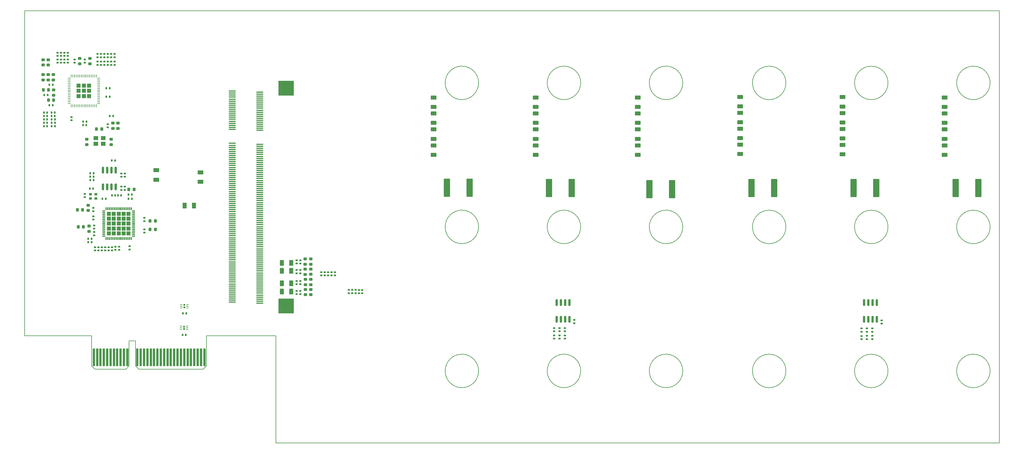
<source format=gbr>
G04 #@! TF.GenerationSoftware,KiCad,Pcbnew,6.0.7-f9a2dced07~116~ubuntu22.04.1*
G04 #@! TF.CreationDate,2023-05-03T15:08:02+01:00*
G04 #@! TF.ProjectId,hiltop_backplane_brd,68696c74-6f70-45f6-9261-636b706c616e,A*
G04 #@! TF.SameCoordinates,Original*
G04 #@! TF.FileFunction,Paste,Top*
G04 #@! TF.FilePolarity,Positive*
%FSLAX46Y46*%
G04 Gerber Fmt 4.6, Leading zero omitted, Abs format (unit mm)*
G04 Created by KiCad (PCBNEW 6.0.7-f9a2dced07~116~ubuntu22.04.1) date 2023-05-03 15:08:02*
%MOMM*%
%LPD*%
G01*
G04 APERTURE LIST*
G04 Aperture macros list*
%AMRoundRect*
0 Rectangle with rounded corners*
0 $1 Rounding radius*
0 $2 $3 $4 $5 $6 $7 $8 $9 X,Y pos of 4 corners*
0 Add a 4 corners polygon primitive as box body*
4,1,4,$2,$3,$4,$5,$6,$7,$8,$9,$2,$3,0*
0 Add four circle primitives for the rounded corners*
1,1,$1+$1,$2,$3*
1,1,$1+$1,$4,$5*
1,1,$1+$1,$6,$7*
1,1,$1+$1,$8,$9*
0 Add four rect primitives between the rounded corners*
20,1,$1+$1,$2,$3,$4,$5,0*
20,1,$1+$1,$4,$5,$6,$7,0*
20,1,$1+$1,$6,$7,$8,$9,0*
20,1,$1+$1,$8,$9,$2,$3,0*%
G04 Aperture macros list end*
G04 #@! TA.AperFunction,Profile*
%ADD10C,0.150000*%
G04 #@! TD*
%ADD11RoundRect,0.147500X-0.147500X-0.172500X0.147500X-0.172500X0.147500X0.172500X-0.147500X0.172500X0*%
%ADD12RoundRect,0.250000X-0.712500X-2.475000X0.712500X-2.475000X0.712500X2.475000X-0.712500X2.475000X0*%
%ADD13RoundRect,0.147500X-0.172500X0.147500X-0.172500X-0.147500X0.172500X-0.147500X0.172500X0.147500X0*%
%ADD14RoundRect,0.218750X0.256250X-0.218750X0.256250X0.218750X-0.256250X0.218750X-0.256250X-0.218750X0*%
%ADD15RoundRect,0.147500X0.172500X-0.147500X0.172500X0.147500X-0.172500X0.147500X-0.172500X-0.147500X0*%
%ADD16R,0.900000X0.800000*%
%ADD17RoundRect,0.147500X0.147500X0.172500X-0.147500X0.172500X-0.147500X-0.172500X0.147500X-0.172500X0*%
%ADD18RoundRect,0.218750X0.218750X0.256250X-0.218750X0.256250X-0.218750X-0.256250X0.218750X-0.256250X0*%
%ADD19RoundRect,0.250000X0.625000X-0.375000X0.625000X0.375000X-0.625000X0.375000X-0.625000X-0.375000X0*%
%ADD20RoundRect,0.218750X-0.218750X-0.256250X0.218750X-0.256250X0.218750X0.256250X-0.218750X0.256250X0*%
%ADD21RoundRect,0.150000X0.150000X-0.825000X0.150000X0.825000X-0.150000X0.825000X-0.150000X-0.825000X0*%
%ADD22R,1.190000X1.190000*%
%ADD23R,0.850000X0.300000*%
%ADD24R,0.300000X0.850000*%
%ADD25RoundRect,0.218750X-0.256250X0.218750X-0.256250X-0.218750X0.256250X-0.218750X0.256250X0.218750X0*%
%ADD26RoundRect,0.250000X0.380000X0.380000X-0.380000X0.380000X-0.380000X-0.380000X0.380000X-0.380000X0*%
%ADD27RoundRect,0.050000X0.387500X0.050000X-0.387500X0.050000X-0.387500X-0.050000X0.387500X-0.050000X0*%
%ADD28RoundRect,0.050000X0.050000X0.387500X-0.050000X0.387500X-0.050000X-0.387500X0.050000X-0.387500X0*%
%ADD29RoundRect,0.250000X0.375000X0.625000X-0.375000X0.625000X-0.375000X-0.625000X0.375000X-0.625000X0*%
%ADD30RoundRect,0.250000X-0.625000X0.375000X-0.625000X-0.375000X0.625000X-0.375000X0.625000X0.375000X0*%
%ADD31R,0.500000X0.560000*%
%ADD32R,0.700000X0.250000*%
%ADD33R,0.750000X5.300000*%
%ADD34R,4.600000X4.500000*%
%ADD35R,2.000000X0.350000*%
%ADD36R,1.400000X1.200000*%
%ADD37RoundRect,0.150000X-0.150000X0.825000X-0.150000X-0.825000X0.150000X-0.825000X0.150000X0.825000X0*%
G04 APERTURE END LIST*
D10*
X179840000Y-50700000D02*
G75*
G03*
X179840000Y-50700000I-5000000J0D01*
G01*
X210320000Y-50700000D02*
G75*
G03*
X210320000Y-50700000I-5000000J0D01*
G01*
X240800000Y-50700000D02*
G75*
G03*
X240800000Y-50700000I-5000000J0D01*
G01*
X210320000Y-93700000D02*
G75*
G03*
X210320000Y-93700000I-5000000J0D01*
G01*
X240800000Y-93700000D02*
G75*
G03*
X240800000Y-93700000I-5000000J0D01*
G01*
X179840000Y-136700000D02*
G75*
G03*
X179840000Y-136700000I-5000000J0D01*
G01*
X210320000Y-136700000D02*
G75*
G03*
X210320000Y-136700000I-5000000J0D01*
G01*
X240800000Y-136700000D02*
G75*
G03*
X240800000Y-136700000I-5000000J0D01*
G01*
X179840000Y-93700000D02*
G75*
G03*
X179840000Y-93700000I-5000000J0D01*
G01*
X271600000Y-136700000D02*
G75*
G03*
X271600000Y-136700000I-5000000J0D01*
G01*
X65300000Y-136200000D02*
X74500000Y-136200000D01*
X75500000Y-135200000D02*
X75500000Y-127700000D01*
X98600000Y-126200000D02*
X119300000Y-126200000D01*
X302080000Y-136700000D02*
G75*
G03*
X302080000Y-136700000I-5000000J0D01*
G01*
X332560000Y-93700000D02*
G75*
G03*
X332560000Y-93700000I-5000000J0D01*
G01*
X75500000Y-135200000D02*
X74500000Y-136200000D01*
X97600000Y-136200000D02*
X98600000Y-135200000D01*
X332560000Y-50700000D02*
G75*
G03*
X332560000Y-50700000I-5000000J0D01*
G01*
X271600000Y-50700000D02*
G75*
G03*
X271600000Y-50700000I-5000000J0D01*
G01*
X302080000Y-93700000D02*
G75*
G03*
X302080000Y-93700000I-5000000J0D01*
G01*
X44300000Y-29200000D02*
X335300000Y-29200000D01*
X64300000Y-135200000D02*
X64300000Y-126200000D01*
X271600000Y-93700000D02*
G75*
G03*
X271600000Y-93700000I-5000000J0D01*
G01*
X332560000Y-136700000D02*
G75*
G03*
X332560000Y-136700000I-5000000J0D01*
G01*
X77400000Y-135200000D02*
X78400000Y-136200000D01*
X119300000Y-136200000D02*
X119300000Y-158200000D01*
X44300000Y-126200000D02*
X44300000Y-29200000D01*
X119300000Y-126200000D02*
X119300000Y-136200000D01*
X78400000Y-136200000D02*
X97600000Y-136200000D01*
X64300000Y-135200000D02*
X65300000Y-136200000D01*
X75500000Y-127700000D02*
X77400000Y-127700000D01*
X98600000Y-135200000D02*
X98600000Y-127700000D01*
X335300000Y-29200000D02*
X335300000Y-158200000D01*
X302080000Y-50700000D02*
G75*
G03*
X302080000Y-50700000I-5000000J0D01*
G01*
X98600000Y-127700000D02*
X98600000Y-126200000D01*
X335300000Y-158200000D02*
X119300000Y-158200000D01*
X77400000Y-127700000D02*
X77400000Y-135200000D01*
X64300000Y-126200000D02*
X44300000Y-126200000D01*
D11*
X75327500Y-85344000D03*
X76297500Y-85344000D03*
D12*
X170366500Y-82042000D03*
X177141500Y-82042000D03*
D13*
X73152000Y-77747000D03*
X73152000Y-78717000D03*
D14*
X63246000Y-88784500D03*
X63246000Y-87209500D03*
D15*
X75628500Y-100434000D03*
X75628500Y-99464000D03*
D11*
X63897500Y-79756000D03*
X64867500Y-79756000D03*
D16*
X65595000Y-83957000D03*
X63945000Y-83957000D03*
X63945000Y-85207000D03*
X65595000Y-85207000D03*
D13*
X64770000Y-90515000D03*
X64770000Y-91485000D03*
D11*
X70381000Y-84328000D03*
X71351000Y-84328000D03*
D13*
X74168000Y-77747000D03*
X74168000Y-78717000D03*
D17*
X92427500Y-125980000D03*
X91457500Y-125980000D03*
D15*
X65278000Y-100735000D03*
X65278000Y-99765000D03*
D18*
X61606500Y-88646000D03*
X60031500Y-88646000D03*
D15*
X71437500Y-100561000D03*
X71437500Y-99591000D03*
X72530000Y-100561000D03*
X72530000Y-99591000D03*
X69342000Y-100735000D03*
X69342000Y-99765000D03*
D13*
X65024000Y-95215000D03*
X65024000Y-96185000D03*
D17*
X64285000Y-98250000D03*
X63315000Y-98250000D03*
D19*
X166400000Y-72150000D03*
X166400000Y-69350000D03*
D20*
X75412500Y-82550000D03*
X76987500Y-82550000D03*
D21*
X67691000Y-81723000D03*
X68961000Y-81723000D03*
X70231000Y-81723000D03*
X71501000Y-81723000D03*
X71501000Y-76773000D03*
X70231000Y-76773000D03*
X68961000Y-76773000D03*
X67691000Y-76773000D03*
D19*
X227400000Y-72150000D03*
X227400000Y-69350000D03*
D15*
X68326000Y-100735000D03*
X68326000Y-99765000D03*
X74168000Y-82660500D03*
X74168000Y-81690500D03*
D12*
X230818500Y-82423000D03*
X237593500Y-82423000D03*
D15*
X64770000Y-88997500D03*
X64770000Y-88027500D03*
X67310000Y-100735000D03*
X67310000Y-99765000D03*
D22*
X73860000Y-89770000D03*
X72390000Y-95650000D03*
X75330000Y-89770000D03*
X70920000Y-94180000D03*
X69450000Y-92710000D03*
X72390000Y-89770000D03*
X72390000Y-92710000D03*
X73860000Y-92710000D03*
X72390000Y-91240000D03*
X69450000Y-91240000D03*
X75330000Y-95650000D03*
X70920000Y-95650000D03*
X75330000Y-94180000D03*
X73860000Y-95650000D03*
X75330000Y-91240000D03*
X70920000Y-91240000D03*
X69450000Y-89770000D03*
X70920000Y-89770000D03*
X70920000Y-92710000D03*
X72390000Y-94180000D03*
X75330000Y-92710000D03*
X73860000Y-94180000D03*
X73860000Y-91240000D03*
X69450000Y-94180000D03*
X69450000Y-95650000D03*
D23*
X67940000Y-88960000D03*
X67940000Y-89460000D03*
X67940000Y-89960000D03*
X67940000Y-90460000D03*
X67940000Y-90960000D03*
X67940000Y-91460000D03*
X67940000Y-91960000D03*
X67940000Y-92460000D03*
X67940000Y-92960000D03*
X67940000Y-93460000D03*
X67940000Y-93960000D03*
X67940000Y-94460000D03*
X67940000Y-94960000D03*
X67940000Y-95460000D03*
X67940000Y-95960000D03*
X67940000Y-96460000D03*
D24*
X68640000Y-97160000D03*
X69140000Y-97160000D03*
X69640000Y-97160000D03*
X70140000Y-97160000D03*
X70640000Y-97160000D03*
X71140000Y-97160000D03*
X71640000Y-97160000D03*
X72140000Y-97160000D03*
X72640000Y-97160000D03*
X73140000Y-97160000D03*
X73640000Y-97160000D03*
X74140000Y-97160000D03*
X74640000Y-97160000D03*
X75140000Y-97160000D03*
X75640000Y-97160000D03*
X76140000Y-97160000D03*
D23*
X76840000Y-96460000D03*
X76840000Y-95960000D03*
X76840000Y-95460000D03*
X76840000Y-94960000D03*
X76840000Y-94460000D03*
X76840000Y-93960000D03*
X76840000Y-93460000D03*
X76840000Y-92960000D03*
X76840000Y-92460000D03*
X76840000Y-91960000D03*
X76840000Y-91460000D03*
X76840000Y-90960000D03*
X76840000Y-90460000D03*
X76840000Y-89960000D03*
X76840000Y-89460000D03*
X76840000Y-88960000D03*
D24*
X76140000Y-88260000D03*
X75640000Y-88260000D03*
X75140000Y-88260000D03*
X74640000Y-88260000D03*
X74140000Y-88260000D03*
X73640000Y-88260000D03*
X73140000Y-88260000D03*
X72640000Y-88260000D03*
X72140000Y-88260000D03*
X71640000Y-88260000D03*
X71140000Y-88260000D03*
X70640000Y-88260000D03*
X70140000Y-88260000D03*
X69640000Y-88260000D03*
X69140000Y-88260000D03*
X68640000Y-88260000D03*
D11*
X63897500Y-77724000D03*
X64867500Y-77724000D03*
D15*
X66294000Y-100735000D03*
X66294000Y-99765000D03*
D17*
X64880500Y-78740000D03*
X63910500Y-78740000D03*
D18*
X61860500Y-93726000D03*
X60285500Y-93726000D03*
D15*
X73152000Y-82660500D03*
X73152000Y-81690500D03*
D11*
X75327500Y-84074000D03*
X76297500Y-84074000D03*
D13*
X62230000Y-83843000D03*
X62230000Y-84813000D03*
D11*
X67515000Y-85344000D03*
X68485000Y-85344000D03*
D19*
X227400000Y-62650000D03*
X227400000Y-59850000D03*
X196900000Y-57900000D03*
X196900000Y-55100000D03*
D18*
X83337500Y-91948000D03*
X81762500Y-91948000D03*
D13*
X80040000Y-90995000D03*
X80040000Y-91965000D03*
D18*
X83337500Y-94488000D03*
X81762500Y-94488000D03*
D17*
X73129000Y-84328000D03*
X72159000Y-84328000D03*
D13*
X65024000Y-93241000D03*
X65024000Y-94211000D03*
D25*
X63500000Y-93446500D03*
X63500000Y-95021500D03*
D11*
X63315000Y-97250000D03*
X64285000Y-97250000D03*
D15*
X57150000Y-42649000D03*
X57150000Y-41679000D03*
X58300000Y-61885000D03*
X58300000Y-60915000D03*
D26*
X60406000Y-54656000D03*
X63546000Y-54656000D03*
X61976000Y-51516000D03*
X61976000Y-54656000D03*
X60406000Y-51516000D03*
X61976000Y-53086000D03*
X60406000Y-53086000D03*
X63546000Y-51516000D03*
X63546000Y-53086000D03*
D27*
X66388500Y-56836000D03*
X66388500Y-56336000D03*
X66388500Y-55836000D03*
X66388500Y-55336000D03*
X66388500Y-54836000D03*
X66388500Y-54336000D03*
X66388500Y-53836000D03*
X66388500Y-53336000D03*
X66388500Y-52836000D03*
X66388500Y-52336000D03*
X66388500Y-51836000D03*
X66388500Y-51336000D03*
X66388500Y-50836000D03*
X66388500Y-50336000D03*
X66388500Y-49836000D03*
X66388500Y-49336000D03*
D28*
X65726000Y-48673500D03*
X65226000Y-48673500D03*
X64726000Y-48673500D03*
X64226000Y-48673500D03*
X63726000Y-48673500D03*
X63226000Y-48673500D03*
X62726000Y-48673500D03*
X62226000Y-48673500D03*
X61726000Y-48673500D03*
X61226000Y-48673500D03*
X60726000Y-48673500D03*
X60226000Y-48673500D03*
X59726000Y-48673500D03*
X59226000Y-48673500D03*
X58726000Y-48673500D03*
X58226000Y-48673500D03*
D27*
X57563500Y-49336000D03*
X57563500Y-49836000D03*
X57563500Y-50336000D03*
X57563500Y-50836000D03*
X57563500Y-51336000D03*
X57563500Y-51836000D03*
X57563500Y-52336000D03*
X57563500Y-52836000D03*
X57563500Y-53336000D03*
X57563500Y-53836000D03*
X57563500Y-54336000D03*
X57563500Y-54836000D03*
X57563500Y-55336000D03*
X57563500Y-55836000D03*
X57563500Y-56336000D03*
X57563500Y-56836000D03*
D28*
X58226000Y-57498500D03*
X58726000Y-57498500D03*
X59226000Y-57498500D03*
X59726000Y-57498500D03*
X60226000Y-57498500D03*
X60726000Y-57498500D03*
X61226000Y-57498500D03*
X61726000Y-57498500D03*
X62226000Y-57498500D03*
X62726000Y-57498500D03*
X63226000Y-57498500D03*
X63726000Y-57498500D03*
X64226000Y-57498500D03*
X64726000Y-57498500D03*
X65226000Y-57498500D03*
X65726000Y-57498500D03*
D11*
X50188000Y-54356000D03*
X51158000Y-54356000D03*
D13*
X59182000Y-43711000D03*
X59182000Y-44681000D03*
D15*
X69088000Y-63985000D03*
X69088000Y-63015000D03*
D25*
X49784000Y-43789500D03*
X49784000Y-45364500D03*
X51308000Y-48234500D03*
X51308000Y-49809500D03*
D15*
X54102000Y-42649000D03*
X54102000Y-41679000D03*
D13*
X68072000Y-44346000D03*
X68072000Y-45316000D03*
D11*
X52347000Y-60579000D03*
X53317000Y-60579000D03*
D17*
X51013500Y-61600000D03*
X50043500Y-61600000D03*
D25*
X60706000Y-43408500D03*
X60706000Y-44983500D03*
D20*
X49885500Y-52832000D03*
X51460500Y-52832000D03*
D13*
X56134000Y-43711000D03*
X56134000Y-44681000D03*
X55118000Y-43711000D03*
X55118000Y-44681000D03*
X54102000Y-43711000D03*
X54102000Y-44681000D03*
D25*
X52959000Y-52806500D03*
X52959000Y-54381500D03*
D17*
X51020000Y-62616000D03*
X50050000Y-62616000D03*
D13*
X62230000Y-43711000D03*
X62230000Y-44681000D03*
D14*
X70132000Y-69093500D03*
X70132000Y-67518500D03*
D17*
X52682000Y-51308000D03*
X51712000Y-51308000D03*
D25*
X63754000Y-43408500D03*
X63754000Y-44983500D03*
D11*
X61745000Y-63285000D03*
X62715000Y-63285000D03*
D17*
X51024500Y-59563000D03*
X50054500Y-59563000D03*
D25*
X62820000Y-67522500D03*
X62820000Y-69097500D03*
D14*
X70612000Y-64287500D03*
X70612000Y-62712500D03*
D15*
X56134000Y-42649000D03*
X56134000Y-41679000D03*
X55118000Y-42649000D03*
X55118000Y-41679000D03*
D13*
X57150000Y-43711000D03*
X57150000Y-44681000D03*
D25*
X52832000Y-48234500D03*
X52832000Y-49809500D03*
D20*
X65760500Y-64516000D03*
X67335500Y-64516000D03*
D11*
X52365000Y-62616000D03*
X53335000Y-62616000D03*
X52365000Y-63632000D03*
X53335000Y-63632000D03*
D29*
X94875000Y-87370000D03*
X92075000Y-87370000D03*
D30*
X96780000Y-77410000D03*
X96780000Y-80210000D03*
D11*
X51712000Y-57404000D03*
X52682000Y-57404000D03*
D17*
X51031000Y-60579000D03*
X50061000Y-60579000D03*
X51013500Y-63632000D03*
X50043500Y-63632000D03*
D11*
X52365000Y-61600000D03*
X53335000Y-61600000D03*
D25*
X49784000Y-48234500D03*
X49784000Y-49809500D03*
X51308000Y-43775500D03*
X51308000Y-45350500D03*
D13*
X67056000Y-44346000D03*
X67056000Y-45316000D03*
D15*
X71150000Y-45316000D03*
X71150000Y-44346000D03*
X71150000Y-43030000D03*
X71150000Y-42060000D03*
D13*
X69100000Y-44346000D03*
X69100000Y-45316000D03*
X70116000Y-44346000D03*
X70116000Y-45316000D03*
D15*
X70116000Y-43030000D03*
X70116000Y-42060000D03*
X69100000Y-43030000D03*
X69100000Y-42060000D03*
D17*
X69670000Y-52300000D03*
X68700000Y-52300000D03*
X70716000Y-60579000D03*
X69746000Y-60579000D03*
D14*
X72136000Y-64287500D03*
X72136000Y-62712500D03*
D18*
X52984500Y-55880000D03*
X51409500Y-55880000D03*
D11*
X52347000Y-59563000D03*
X53317000Y-59563000D03*
D13*
X66040000Y-44346000D03*
X66040000Y-45316000D03*
D15*
X68072000Y-43030000D03*
X68072000Y-42060000D03*
X67056000Y-43030000D03*
X67056000Y-42060000D03*
X66040000Y-43030000D03*
X66040000Y-42060000D03*
D12*
X200892000Y-82105500D03*
X207667000Y-82105500D03*
D19*
X196900000Y-67400000D03*
X196900000Y-64600000D03*
X196900000Y-62650000D03*
X196900000Y-59850000D03*
D29*
X123869000Y-113031000D03*
X121069000Y-113031000D03*
D13*
X126580000Y-112795000D03*
X126580000Y-113765000D03*
D25*
X129710000Y-112372500D03*
X129710000Y-113947500D03*
D14*
X128080000Y-104827500D03*
X128080000Y-103252500D03*
D13*
X125517000Y-112800000D03*
X125517000Y-113770000D03*
D25*
X128082000Y-106293500D03*
X128082000Y-107868500D03*
X128090000Y-112372500D03*
X128090000Y-113947500D03*
D13*
X126610000Y-106595000D03*
X126610000Y-107565000D03*
D14*
X129720000Y-110917500D03*
X129720000Y-109342500D03*
D29*
X123894000Y-106827000D03*
X121094000Y-106827000D03*
X123894000Y-104412000D03*
X121094000Y-104412000D03*
D15*
X125517000Y-110793000D03*
X125517000Y-109823000D03*
X125542000Y-104643000D03*
X125542000Y-103673000D03*
D25*
X129720000Y-106292500D03*
X129720000Y-107867500D03*
D14*
X129720000Y-104827500D03*
X129720000Y-103252500D03*
D29*
X123869000Y-110562000D03*
X121069000Y-110562000D03*
D14*
X128090000Y-110917500D03*
X128090000Y-109342500D03*
D13*
X125542000Y-106596000D03*
X125542000Y-107566000D03*
D11*
X63765000Y-82250000D03*
X64735000Y-82250000D03*
D17*
X71311000Y-73896000D03*
X70341000Y-73896000D03*
D19*
X166400000Y-62650000D03*
X166400000Y-59850000D03*
X227400000Y-57900000D03*
X227400000Y-55100000D03*
X166400000Y-57900000D03*
X166400000Y-55100000D03*
X166400000Y-67400000D03*
X166400000Y-64600000D03*
X227400000Y-67400000D03*
X227400000Y-64600000D03*
X196900000Y-72150000D03*
X196900000Y-69350000D03*
D11*
X61760000Y-62285000D03*
X62730000Y-62285000D03*
D31*
X91890000Y-123485000D03*
X91890000Y-124195000D03*
D32*
X92815000Y-124340000D03*
X92815000Y-123840000D03*
X92815000Y-123340000D03*
X90965000Y-123340000D03*
X90965000Y-123840000D03*
X90965000Y-124340000D03*
D17*
X92545000Y-119510000D03*
X91575000Y-119510000D03*
D31*
X91995000Y-117010000D03*
X91995000Y-117720000D03*
D32*
X92920000Y-117865000D03*
X92920000Y-117365000D03*
X92920000Y-116865000D03*
X91070000Y-116865000D03*
X91070000Y-117365000D03*
X91070000Y-117865000D03*
D17*
X69685000Y-54800000D03*
X68715000Y-54800000D03*
D13*
X70358000Y-99765000D03*
X70358000Y-100735000D03*
D15*
X80010000Y-95405000D03*
X80010000Y-94435000D03*
D33*
X64954000Y-132600000D03*
X65954000Y-132600000D03*
X66954000Y-132600000D03*
X67954000Y-132600000D03*
X68954000Y-132600000D03*
X69954000Y-132600000D03*
X70954000Y-132600000D03*
X71954000Y-132600000D03*
X72954000Y-132600000D03*
X73954000Y-132600000D03*
X74954000Y-132600000D03*
X77954000Y-132600000D03*
X78954000Y-132600000D03*
X79954000Y-132600000D03*
X80954000Y-132600000D03*
X81954000Y-132600000D03*
X82954000Y-132600000D03*
X83954000Y-132600000D03*
X84954000Y-132600000D03*
X85954000Y-132600000D03*
X86954000Y-132600000D03*
X87954000Y-132600000D03*
X88954000Y-132600000D03*
X89954000Y-132600000D03*
X90954000Y-132600000D03*
X91954000Y-132600000D03*
X92954000Y-132600000D03*
X93954000Y-132600000D03*
X94954000Y-132600000D03*
X95954000Y-132600000D03*
X96954000Y-132600000D03*
X97954000Y-132600000D03*
D15*
X145100000Y-113500000D03*
X145100000Y-112530000D03*
X144100000Y-113500000D03*
X144100000Y-112530000D03*
X143100000Y-113485000D03*
X143100000Y-112515000D03*
X142100000Y-113470000D03*
X142100000Y-112500000D03*
X141100000Y-113470000D03*
X141100000Y-112500000D03*
X136900000Y-108170000D03*
X136900000Y-107200000D03*
X135900000Y-108170000D03*
X135900000Y-107200000D03*
X134900000Y-108185000D03*
X134900000Y-107215000D03*
X133900000Y-108185000D03*
X133900000Y-107215000D03*
X132900000Y-108170000D03*
X132900000Y-107200000D03*
D34*
X122400000Y-117350000D03*
X122400000Y-52250000D03*
D35*
X106300000Y-53150000D03*
X114499999Y-53450000D03*
X106300000Y-53750000D03*
X114499999Y-54050000D03*
X106300000Y-54350000D03*
X114499999Y-54650000D03*
X106300000Y-54950000D03*
X114499999Y-55250000D03*
X106300000Y-55550000D03*
X114499999Y-55850000D03*
X106300000Y-56150000D03*
X114499999Y-56450000D03*
X106300000Y-56750000D03*
X114499999Y-57050000D03*
X106300000Y-57350000D03*
X114499999Y-57650000D03*
X106300000Y-57950000D03*
X114499999Y-58250000D03*
X106300000Y-58550000D03*
X114499999Y-58850000D03*
X106300000Y-59150000D03*
X114499999Y-59450000D03*
X106300000Y-59750000D03*
X114499999Y-60050000D03*
X106300000Y-60350000D03*
X114499999Y-60650000D03*
X106300000Y-60950000D03*
X114499999Y-61250000D03*
X106300000Y-61550000D03*
X114499999Y-61850000D03*
X106300000Y-62150000D03*
X114499999Y-62450000D03*
X106300000Y-62750000D03*
X114499999Y-63050000D03*
X106300000Y-63350000D03*
X114499999Y-63650000D03*
X106300000Y-63950000D03*
X114499999Y-64250000D03*
X106300000Y-64550000D03*
X114499999Y-64850000D03*
X106300000Y-68750000D03*
X114499999Y-69050000D03*
X106300000Y-69350000D03*
X114499999Y-69650000D03*
X106300000Y-69950000D03*
X114499999Y-70250000D03*
X106300000Y-70550000D03*
X114499999Y-70850000D03*
X106300000Y-71150000D03*
X114499999Y-71450000D03*
X106300000Y-71750000D03*
X114499999Y-72050000D03*
X106300000Y-72350000D03*
X114499999Y-72650000D03*
X106300000Y-72950000D03*
X114499999Y-73250000D03*
X106300000Y-73550000D03*
X114499999Y-73850000D03*
X106300000Y-74150000D03*
X114499999Y-74450000D03*
X106300000Y-74750000D03*
X114499999Y-75050000D03*
X106300000Y-75350000D03*
X114499999Y-75650000D03*
X106300000Y-75950000D03*
X114499999Y-76250000D03*
X106300000Y-76550000D03*
X114499999Y-76850000D03*
X106300000Y-77150000D03*
X114499999Y-77450000D03*
X106300000Y-77750000D03*
X114499999Y-78050000D03*
X106300000Y-78350000D03*
X114499999Y-78650000D03*
X106300000Y-78950000D03*
X114499999Y-79250000D03*
X106300000Y-79550000D03*
X114499999Y-79850000D03*
X106300000Y-80150000D03*
X114499999Y-80450000D03*
X106300000Y-80750000D03*
X114499999Y-81050000D03*
X106300000Y-81350000D03*
X114499999Y-81650000D03*
X106300000Y-81950000D03*
X114499999Y-82250000D03*
X106300000Y-82550000D03*
X114499999Y-82850000D03*
X106300000Y-83150000D03*
X114499999Y-83450000D03*
X106300000Y-83750000D03*
X114499999Y-84050000D03*
X106300000Y-84350000D03*
X114499999Y-84650000D03*
X106300000Y-84950000D03*
X114499999Y-85250000D03*
X106300000Y-85550000D03*
X114499999Y-85850000D03*
X106300000Y-86150000D03*
X114499999Y-86450000D03*
X106300000Y-86750000D03*
X114499999Y-87050000D03*
X106300000Y-87350000D03*
X114499999Y-87650000D03*
X106300000Y-87950000D03*
X114499999Y-88250000D03*
X106300000Y-88550000D03*
X114499999Y-88850000D03*
X106300000Y-89150000D03*
X114499999Y-89450000D03*
X106300000Y-89750000D03*
X114499999Y-90050000D03*
X106300000Y-90350000D03*
X114499999Y-90650000D03*
X106300000Y-90950000D03*
X114499999Y-91250000D03*
X106300000Y-91550000D03*
X114499999Y-91850000D03*
X106300000Y-92150000D03*
X114499999Y-92450000D03*
X106300000Y-92750000D03*
X114499999Y-93050000D03*
X106300000Y-93350000D03*
X114499999Y-93650000D03*
X106300000Y-93950000D03*
X114499999Y-94250000D03*
X106300000Y-94550000D03*
X114499999Y-94850000D03*
X106300000Y-95150000D03*
X114499999Y-95450000D03*
X106300000Y-95750000D03*
X114499999Y-96050000D03*
X106300000Y-96350000D03*
X114499999Y-96650000D03*
X106300000Y-96950000D03*
X114499999Y-97250000D03*
X106300000Y-97550000D03*
X114499999Y-97850000D03*
X106300000Y-98150000D03*
X114499999Y-98450000D03*
X106300000Y-98750000D03*
X114499999Y-99050000D03*
X106300000Y-99350000D03*
X114499999Y-99650000D03*
X106300000Y-99950000D03*
X114499999Y-100250000D03*
X106300000Y-100550000D03*
X114499999Y-100850000D03*
X106300000Y-101150000D03*
X114499999Y-101450000D03*
X106300000Y-101750000D03*
X114499999Y-102050000D03*
X106300000Y-102350000D03*
X114499999Y-102650000D03*
X106300000Y-102950000D03*
X114499999Y-103250000D03*
X106300000Y-103550000D03*
X114499999Y-103850000D03*
X106300000Y-104150000D03*
X114499999Y-104450000D03*
X106300000Y-104750000D03*
X114499999Y-105050000D03*
X106300000Y-105350000D03*
X114499999Y-105650000D03*
X106300000Y-105950000D03*
X114499999Y-106250000D03*
X106300000Y-106550000D03*
X114499999Y-106850000D03*
X106300000Y-107150000D03*
X114499999Y-107450000D03*
X106300000Y-107750000D03*
X114499999Y-108050000D03*
X106300000Y-108350000D03*
X114499999Y-108650000D03*
X106300000Y-108950000D03*
X114499999Y-109250000D03*
X106300000Y-109550000D03*
X114499999Y-109850000D03*
X106300000Y-110150000D03*
X114499999Y-110450000D03*
X106300000Y-110750000D03*
X114499999Y-111050000D03*
X106300000Y-111350000D03*
X114499999Y-111650000D03*
X106300000Y-111950000D03*
X114499999Y-112250000D03*
X106300000Y-112550000D03*
X114499999Y-112850000D03*
X106300000Y-113150000D03*
X114499999Y-113450000D03*
X106300000Y-113750000D03*
X114499999Y-114050000D03*
X106300000Y-114350000D03*
X114499999Y-114650000D03*
X106300000Y-114950000D03*
X114499999Y-115250000D03*
X106300000Y-115550000D03*
X114499999Y-115850000D03*
X106300000Y-116150000D03*
X114499999Y-116450000D03*
D30*
X83590000Y-76790000D03*
X83590000Y-79590000D03*
D15*
X126600000Y-104643000D03*
X126600000Y-103673000D03*
X126570000Y-110793000D03*
X126570000Y-109823000D03*
D36*
X67730000Y-67210000D03*
X65530000Y-67210000D03*
X65530000Y-68910000D03*
X67730000Y-68910000D03*
D13*
X300200000Y-121615000D03*
X300200000Y-122585000D03*
D15*
X205635000Y-124860000D03*
X205635000Y-123890000D03*
X297400000Y-127185000D03*
X297400000Y-126215000D03*
X205635000Y-127060000D03*
X205635000Y-126090000D03*
D13*
X208435000Y-121490000D03*
X208435000Y-122460000D03*
D15*
X202405000Y-127060000D03*
X202405000Y-126090000D03*
X294200000Y-127215000D03*
X294200000Y-126245000D03*
X295800000Y-127185000D03*
X295800000Y-126215000D03*
D19*
X288500000Y-67250000D03*
X288500000Y-64450000D03*
X319000000Y-72150000D03*
X319000000Y-69350000D03*
D15*
X297400000Y-124985000D03*
X297400000Y-124015000D03*
D19*
X257900000Y-62450000D03*
X257900000Y-59650000D03*
X319000000Y-67400000D03*
X319000000Y-64600000D03*
D15*
X202405000Y-124860000D03*
X202405000Y-123890000D03*
D19*
X257900000Y-57700000D03*
X257900000Y-54900000D03*
D37*
X206940000Y-116325000D03*
X205670000Y-116325000D03*
X204400000Y-116325000D03*
X203130000Y-116325000D03*
X203130000Y-121275000D03*
X204400000Y-121275000D03*
X205670000Y-121275000D03*
X206940000Y-121275000D03*
D19*
X257900000Y-67200000D03*
X257900000Y-64400000D03*
D12*
X261298500Y-82105500D03*
X268073500Y-82105500D03*
D15*
X295800000Y-124985000D03*
X295800000Y-124015000D03*
D19*
X288500000Y-57750000D03*
X288500000Y-54950000D03*
D15*
X204035000Y-124860000D03*
X204035000Y-123890000D03*
D19*
X319000000Y-57900000D03*
X319000000Y-55100000D03*
X319000000Y-62650000D03*
X319000000Y-59850000D03*
D15*
X204035000Y-127060000D03*
X204035000Y-126090000D03*
X294200000Y-124985000D03*
X294200000Y-124015000D03*
D37*
X298705000Y-116325000D03*
X297435000Y-116325000D03*
X296165000Y-116325000D03*
X294895000Y-116325000D03*
X294895000Y-121275000D03*
X296165000Y-121275000D03*
X297435000Y-121275000D03*
X298705000Y-121275000D03*
D19*
X288500000Y-72000000D03*
X288500000Y-69200000D03*
D12*
X322258500Y-82105500D03*
X329033500Y-82105500D03*
D19*
X257900000Y-71950000D03*
X257900000Y-69150000D03*
D12*
X291778500Y-82105500D03*
X298553500Y-82105500D03*
D19*
X288500000Y-62500000D03*
X288500000Y-59700000D03*
M02*

</source>
